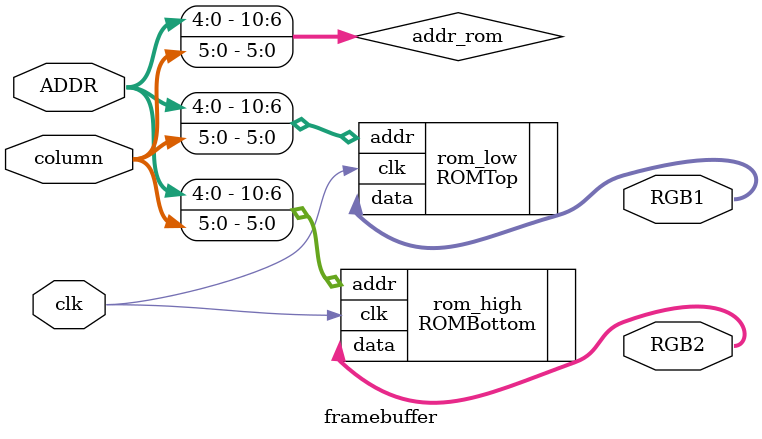
<source format=sv>



// 
// Next, we can create our main module:
`default_nettype none
module hub75_image_driver
#(
  /* Tang Nano 9K Board - featuring GOWIN FPGA: GW1NR-LV9 QFN88P (rev.C) */
  parameter EXT_CLK_FREQ = 27000000, // external clock source, frequency in [Hz], 
  parameter EXT_CLK_PERIOD = 37.037, // external clock source, period in [ns], 
  parameter STARTUP_WAIT_MS = 10 // make startup delay of 10 [ms] for our LCD screen
)
(
  input   wire      clk,
  input   wire      rst,
  output  reg[4:0]  ADDR  = 5'd0, // ref. A, B, C, D and E pins
  output  reg       OE    = 1'd1,   // active-low
  output  reg       LATCH = 1'd0, // ref. LAT pin
  output  reg[2:0]  RGB1, // ref. R1, G1 and B1 pins - [0] red; [1] - green; [2] - blue; (top row)
  output  reg[2:0]  RGB2, // ref. R2, G2 and B2 pins - [0] red; [1] - green; [2] - blue; (bottom row)
  output  reg      clk_out = 1'd0 // ref. CKE pin
);

localparam  PIXEL_COLUMNS = 64; // screen width in pixels 
localparam  PIXEL_LINES   = 32; // screen height in pixels/2

reg [6:0] pixelCounter   = 7'd0;
reg [4:0] displayCounter = 5'd0;

// With these two modules (clock_divisor and oe_controller), we can go back to our main module and integrate them:
wire clk_master;
clock_divisor clkdiv(.clk(clk), .clk_out(clk_master));
// So far, it is pretty similar to the previous driver, we have a counter for the current pixel, a counter for the OE signal display time and our clock divider.

// Connecting the RGB signals to our framebuffer module is also pretty straightforward:
framebuffer buffer(
  .clk(clk),
  .column(pixelCounter[5:0]),
  .ADDR(ADDR),
  .RGB1(RGB1),
  .RGB2(RGB2)
);

// Finally our modified state machine for refreshing the entire screen instead of a single line:
localparam SHIFT_DATA  = 0;
localparam LATCH_DATA  = 1;
localparam SHOW_PIXELS = 2; 
localparam SHIFT_ADDR  = 3;

reg [1:0] state = SHIFT_DATA;

always @(posedge clk_master) begin 
  case(state)
    // The first state is to shift out the 64 pixels per line: 
    SHIFT_DATA : begin  
      if(~clk_out) begin 
        clk_out <= 1'd1; 
      end else begin 
        clk_out <= 1'd0;
        if(pixelCounter == PIXEL_COLUMNS - 1) begin 
          state <= LATCH_DATA; 
        end else begin 
          pixelCounter <= pixelCounter + 7'd1;
        end
      end
    // Data is updated during the falling edge and read by the panel on the rising edge, so we start with the clock low for one cycle, and then on the next signal when the data is read we update the pixelCounter so that the framebuffer will 
    //load the next byte on the next cycle. 
    end 
    // If we have completed all 64 pixels we move to the LATCH_DATA state:
    LATCH_DATA : begin 
      if(~LATCH) begin 
        LATCH <= 1'd1;
      end else begin 
        LATCH <= 1'd0;
        OE <= 1'd0; 
        state <= SHOW_PIXELS;
      end
      // In this state we want to first set the latch signal high - this will latch in the data - and in the next clock cycle, we will set the latch back low and start displaying it to the screen by pulling OE low.
    end
    SHOW_PIXELS : begin 
      displayCounter <= displayCounter + 5'd1;
      if(displayCounter == 5'd31) begin 
        OE <= 1'd1; 
        displayCounter <= 5'd0;
        state <= SHIFT_ADDR;
      end
      // The SHOW_PIXELS state simply keeps the OE low for a desired number of frames, the higher the number of frames the brighter the panel will be but the longer each screen update will take. The entire screen update is pretty fast, even 
      // with 32 clock-divided signals we still have about 650fps for the entire screen, anything above 60hz should be smooth enough not to have any noticeable flicker.
    
      // (<clock speed>/<clock divider>) / (<cycles per line>*<num lines>)
      //
      // Where:
      // <clock speed> - 27Mhz or 27,000,000
      // <clock divider> - 16
      // <cycles per line> - 163 = 128 for pixels, 2 for latch, 32 for OE and 1 for addr
      // <num lines> - 16 line updates (each updates 2 lines)
      //
      // ((27000000/16) / ((128+2+32+1)*16) = 647 updates per second
    end
    // The final state updates the ADDR register, moving to the next row on the screen:
    SHIFT_ADDR: begin 
      ADDR <= ADDR + 5'd1; 
      pixelCounter <= 7'd0;
      state <= SHIFT_DATA;
    end
  endcase 

end

endmodule 


// Next, let's create some helper modules to take care of the other control signals clk_out and OE:
module clock_divisor(
  input   wire  clk,
  output  wire  clk_out
);

reg [3:0] counter = 0;
assign clk_out = counter[3];
always_ff @(posedge clk) counter <= counter + 1;
// In this module, we are simply dividing up the clock by a factor of 4096 giving us about 6.5Khz (27Mhz/4096), updating a line requires about 66 clock cycles (64-pixel shifts and two for latching) so we will be at around 100fps for a single 
// line.
// This division is arbitrary, the screen can be updated a lot faster than this, because there is no standard it is hard to say what speed will work for you, but you can play with this value lowering the pixel count from 12-bits to 6-bits or even
// smaller to play with the speed. The HUB75 board I received was able to even run at the full 27Mhz but that is usually not required as it would give you about 25,000 FPS for an entire screen update. Updating the screen too fast, even if it
// handles it, shortens the resolution of the screen brightness as the entire frame is smaller so less time/resolution to be on / off during a cycle.
endmodule

// To retrieve the pixel data we will create a framebuffer module to interface with the two generated ROMs:
module framebuffer(
  input   wire       clk,     // main clock
  input   wire [5:0] column,  // column index (6 bits for 64 pixels)
  input   wire [4:0] ADDR,    // ADDR input
  output  wire [2:0] RGB1,    // RGB1 output 
  output  wire [2:0] RGB2     // RGB2 output 
);

wire   [10:0] addr_rom; 
assign addr_rom = {ADDR, column};

ROMTop    rom_low(.clk(clk), .addr(addr_rom), .data(RGB1));
ROMBottom rom_high(.clk(clk), .addr(addr_rom), .data(RGB2));

endmodule
// The module receives the current column and address, where column is the pixel index in the x direction which is a value between 0-63 and the address lines is the row number which has a range of 0-31 combining these two gives us a 11-bit 
// index between 0-2047 that we can use to index each of the ROMs' values. We then output the RGB values for each line directly from the ROMs.






// Test Result:
//
// With this we can now run our module and you should see a single pixel lit up:
//
// ...
//
// If instead you only see the pixel flash and then turn it off this is ok, after testing multiple boards it seems some boards don't actually, allow you to pulse the OE pin and will only display the data on the first OE pulse requiring you to
// change address lines before displaying a line again.
// The issue is sometimes even more subtle than that, as some boards don't allow you to keep OE low all the time, but rather precisely control when in the cycle it should be on or off in regards to the other signals. For example one of the 
// screens required changing the address line to re-output light, so toggling between two row addresses each frame caused it to work.
// This is another disadvantage in the lack of standardization on these screens, but for most examples, you will be updating the entire screen in each frame anyway so it will work mostly as expected.
// With the proof of concept out of the way, we can now move on to displaying an entire image.
</source>
